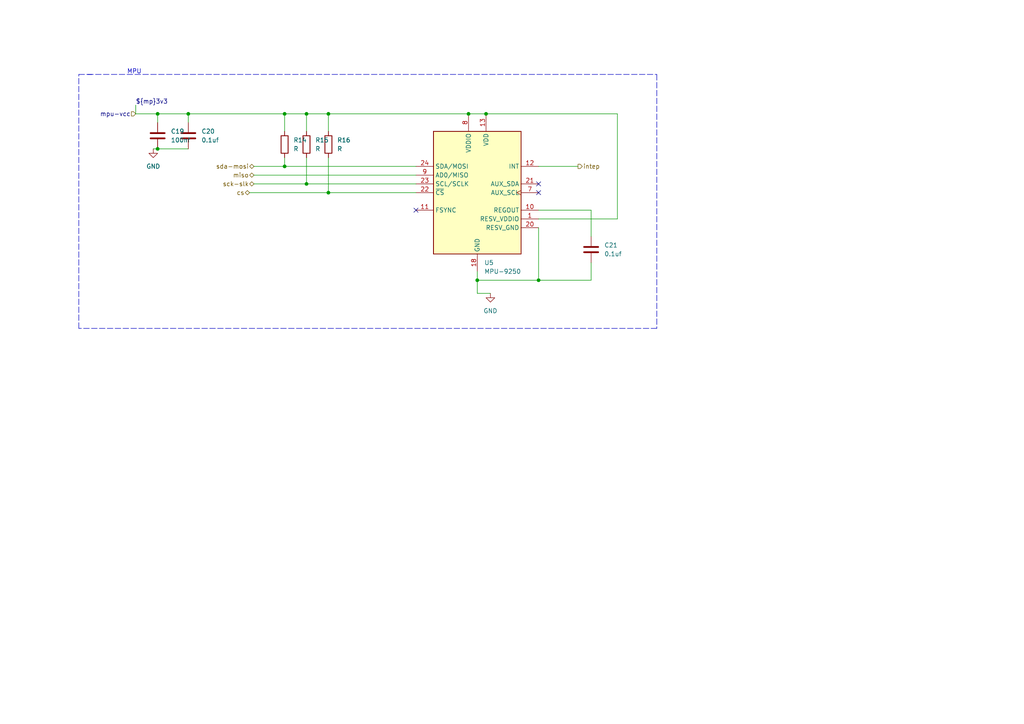
<source format=kicad_sch>
(kicad_sch (version 20211123) (generator eeschema)

  (uuid 48446cc3-dab7-4ab8-a3a8-8068cac42ee1)

  (paper "A4")

  (title_block
    (title "MPU-9250")
    (date "2022-09-01")
  )

  (lib_symbols
    (symbol "Device:C" (pin_numbers hide) (pin_names (offset 0.254)) (in_bom yes) (on_board yes)
      (property "Reference" "C" (id 0) (at 0.635 2.54 0)
        (effects (font (size 1.27 1.27)) (justify left))
      )
      (property "Value" "C" (id 1) (at 0.635 -2.54 0)
        (effects (font (size 1.27 1.27)) (justify left))
      )
      (property "Footprint" "" (id 2) (at 0.9652 -3.81 0)
        (effects (font (size 1.27 1.27)) hide)
      )
      (property "Datasheet" "~" (id 3) (at 0 0 0)
        (effects (font (size 1.27 1.27)) hide)
      )
      (property "ki_keywords" "cap capacitor" (id 4) (at 0 0 0)
        (effects (font (size 1.27 1.27)) hide)
      )
      (property "ki_description" "Unpolarized capacitor" (id 5) (at 0 0 0)
        (effects (font (size 1.27 1.27)) hide)
      )
      (property "ki_fp_filters" "C_*" (id 6) (at 0 0 0)
        (effects (font (size 1.27 1.27)) hide)
      )
      (symbol "C_0_1"
        (polyline
          (pts
            (xy -2.032 -0.762)
            (xy 2.032 -0.762)
          )
          (stroke (width 0.508) (type default) (color 0 0 0 0))
          (fill (type none))
        )
        (polyline
          (pts
            (xy -2.032 0.762)
            (xy 2.032 0.762)
          )
          (stroke (width 0.508) (type default) (color 0 0 0 0))
          (fill (type none))
        )
      )
      (symbol "C_1_1"
        (pin passive line (at 0 3.81 270) (length 2.794)
          (name "~" (effects (font (size 1.27 1.27))))
          (number "1" (effects (font (size 1.27 1.27))))
        )
        (pin passive line (at 0 -3.81 90) (length 2.794)
          (name "~" (effects (font (size 1.27 1.27))))
          (number "2" (effects (font (size 1.27 1.27))))
        )
      )
    )
    (symbol "Device:R" (pin_numbers hide) (pin_names (offset 0)) (in_bom yes) (on_board yes)
      (property "Reference" "R" (id 0) (at 2.032 0 90)
        (effects (font (size 1.27 1.27)))
      )
      (property "Value" "R" (id 1) (at 0 0 90)
        (effects (font (size 1.27 1.27)))
      )
      (property "Footprint" "" (id 2) (at -1.778 0 90)
        (effects (font (size 1.27 1.27)) hide)
      )
      (property "Datasheet" "~" (id 3) (at 0 0 0)
        (effects (font (size 1.27 1.27)) hide)
      )
      (property "ki_keywords" "R res resistor" (id 4) (at 0 0 0)
        (effects (font (size 1.27 1.27)) hide)
      )
      (property "ki_description" "Resistor" (id 5) (at 0 0 0)
        (effects (font (size 1.27 1.27)) hide)
      )
      (property "ki_fp_filters" "R_*" (id 6) (at 0 0 0)
        (effects (font (size 1.27 1.27)) hide)
      )
      (symbol "R_0_1"
        (rectangle (start -1.016 -2.54) (end 1.016 2.54)
          (stroke (width 0.254) (type default) (color 0 0 0 0))
          (fill (type none))
        )
      )
      (symbol "R_1_1"
        (pin passive line (at 0 3.81 270) (length 1.27)
          (name "~" (effects (font (size 1.27 1.27))))
          (number "1" (effects (font (size 1.27 1.27))))
        )
        (pin passive line (at 0 -3.81 90) (length 1.27)
          (name "~" (effects (font (size 1.27 1.27))))
          (number "2" (effects (font (size 1.27 1.27))))
        )
      )
    )
    (symbol "Sensor_Motion:MPU-9250" (in_bom yes) (on_board yes)
      (property "Reference" "U" (id 0) (at -11.43 19.05 0)
        (effects (font (size 1.27 1.27)))
      )
      (property "Value" "MPU-9250" (id 1) (at 7.62 -19.05 0)
        (effects (font (size 1.27 1.27)))
      )
      (property "Footprint" "Sensor_Motion:InvenSense_QFN-24_3x3mm_P0.4mm" (id 2) (at 0 -25.4 0)
        (effects (font (size 1.27 1.27)) hide)
      )
      (property "Datasheet" "https://store.invensense.com/datasheets/invensense/MPU9250REV1.0.pdf" (id 3) (at 0 -3.81 0)
        (effects (font (size 1.27 1.27)) hide)
      )
      (property "ki_keywords" "mems magnetometer" (id 4) (at 0 0 0)
        (effects (font (size 1.27 1.27)) hide)
      )
      (property "ki_description" "InvenSense 9-Axis Motion Sensor, Accelerometer, Gyroscope, Compass, I2C/SPI" (id 5) (at 0 0 0)
        (effects (font (size 1.27 1.27)) hide)
      )
      (property "ki_fp_filters" "*QFN*3x3mm*P0.4mm*" (id 6) (at 0 0 0)
        (effects (font (size 1.27 1.27)) hide)
      )
      (symbol "MPU-9250_0_1"
        (rectangle (start -12.7 17.78) (end 12.7 -17.78)
          (stroke (width 0.254) (type default) (color 0 0 0 0))
          (fill (type background))
        )
      )
      (symbol "MPU-9250_1_1"
        (pin input line (at 17.78 -7.62 180) (length 5.08)
          (name "RESV_VDDIO" (effects (font (size 1.27 1.27))))
          (number "1" (effects (font (size 1.27 1.27))))
        )
        (pin passive line (at 17.78 -5.08 180) (length 5.08)
          (name "REGOUT" (effects (font (size 1.27 1.27))))
          (number "10" (effects (font (size 1.27 1.27))))
        )
        (pin input line (at -17.78 -5.08 0) (length 5.08)
          (name "FSYNC" (effects (font (size 1.27 1.27))))
          (number "11" (effects (font (size 1.27 1.27))))
        )
        (pin output line (at 17.78 7.62 180) (length 5.08)
          (name "INT" (effects (font (size 1.27 1.27))))
          (number "12" (effects (font (size 1.27 1.27))))
        )
        (pin power_in line (at 2.54 22.86 270) (length 5.08)
          (name "VDD" (effects (font (size 1.27 1.27))))
          (number "13" (effects (font (size 1.27 1.27))))
        )
        (pin power_in line (at 0 -22.86 90) (length 5.08)
          (name "GND" (effects (font (size 1.27 1.27))))
          (number "18" (effects (font (size 1.27 1.27))))
        )
        (pin power_in line (at 17.78 -10.16 180) (length 5.08)
          (name "RESV_GND" (effects (font (size 1.27 1.27))))
          (number "20" (effects (font (size 1.27 1.27))))
        )
        (pin bidirectional line (at 17.78 2.54 180) (length 5.08)
          (name "AUX_SDA" (effects (font (size 1.27 1.27))))
          (number "21" (effects (font (size 1.27 1.27))))
        )
        (pin input line (at -17.78 0 0) (length 5.08)
          (name "~{CS}" (effects (font (size 1.27 1.27))))
          (number "22" (effects (font (size 1.27 1.27))))
        )
        (pin input line (at -17.78 2.54 0) (length 5.08)
          (name "SCL/SCLK" (effects (font (size 1.27 1.27))))
          (number "23" (effects (font (size 1.27 1.27))))
        )
        (pin bidirectional line (at -17.78 7.62 0) (length 5.08)
          (name "SDA/MOSI" (effects (font (size 1.27 1.27))))
          (number "24" (effects (font (size 1.27 1.27))))
        )
        (pin output clock (at 17.78 0 180) (length 5.08)
          (name "AUX_SCL" (effects (font (size 1.27 1.27))))
          (number "7" (effects (font (size 1.27 1.27))))
        )
        (pin power_in line (at -2.54 22.86 270) (length 5.08)
          (name "VDDIO" (effects (font (size 1.27 1.27))))
          (number "8" (effects (font (size 1.27 1.27))))
        )
        (pin bidirectional line (at -17.78 5.08 0) (length 5.08)
          (name "AD0/MISO" (effects (font (size 1.27 1.27))))
          (number "9" (effects (font (size 1.27 1.27))))
        )
      )
    )
    (symbol "power:GND" (power) (pin_names (offset 0)) (in_bom yes) (on_board yes)
      (property "Reference" "#PWR" (id 0) (at 0 -6.35 0)
        (effects (font (size 1.27 1.27)) hide)
      )
      (property "Value" "GND" (id 1) (at 0 -3.81 0)
        (effects (font (size 1.27 1.27)))
      )
      (property "Footprint" "" (id 2) (at 0 0 0)
        (effects (font (size 1.27 1.27)) hide)
      )
      (property "Datasheet" "" (id 3) (at 0 0 0)
        (effects (font (size 1.27 1.27)) hide)
      )
      (property "ki_keywords" "power-flag" (id 4) (at 0 0 0)
        (effects (font (size 1.27 1.27)) hide)
      )
      (property "ki_description" "Power symbol creates a global label with name \"GND\" , ground" (id 5) (at 0 0 0)
        (effects (font (size 1.27 1.27)) hide)
      )
      (symbol "GND_0_1"
        (polyline
          (pts
            (xy 0 0)
            (xy 0 -1.27)
            (xy 1.27 -1.27)
            (xy 0 -2.54)
            (xy -1.27 -1.27)
            (xy 0 -1.27)
          )
          (stroke (width 0) (type default) (color 0 0 0 0))
          (fill (type none))
        )
      )
      (symbol "GND_1_1"
        (pin power_in line (at 0 0 270) (length 0) hide
          (name "GND" (effects (font (size 1.27 1.27))))
          (number "1" (effects (font (size 1.27 1.27))))
        )
      )
    )
  )

  (junction (at 88.9 33.02) (diameter 0) (color 0 0 0 0)
    (uuid 0d90ca8e-a25f-4cec-bedf-bbe5f86f92aa)
  )
  (junction (at 95.25 33.02) (diameter 0) (color 0 0 0 0)
    (uuid 1e325dba-0617-4f75-aa65-c2e4034fa6a0)
  )
  (junction (at 45.72 33.02) (diameter 0) (color 0 0 0 0)
    (uuid 5d20bcbc-2a6c-4b94-867a-a7b04a8a0b88)
  )
  (junction (at 138.43 81.28) (diameter 0) (color 0 0 0 0)
    (uuid 5e367492-47e4-4f1f-9535-8e3f2592abdf)
  )
  (junction (at 88.9 53.34) (diameter 0) (color 0 0 0 0)
    (uuid 70bc25a8-5224-435e-a355-f28cd774169d)
  )
  (junction (at 156.21 81.28) (diameter 0) (color 0 0 0 0)
    (uuid 92032d7c-cf42-44af-a2c9-4a55ce28e60b)
  )
  (junction (at 82.55 48.26) (diameter 0) (color 0 0 0 0)
    (uuid 93b7f670-c668-44df-a161-dba0fbd13a7f)
  )
  (junction (at 135.89 33.02) (diameter 0) (color 0 0 0 0)
    (uuid a3e6d75e-0711-4bd0-bdb5-c1e9f4612d9b)
  )
  (junction (at 45.72 43.18) (diameter 0) (color 0 0 0 0)
    (uuid b0accb95-cd2a-41c0-b806-a46e84a670be)
  )
  (junction (at 140.97 33.02) (diameter 0) (color 0 0 0 0)
    (uuid b1750493-a3de-4335-b1d9-604b458f475a)
  )
  (junction (at 82.55 33.02) (diameter 0) (color 0 0 0 0)
    (uuid c09999f4-ac97-461a-a969-8224ce003491)
  )
  (junction (at 95.25 55.88) (diameter 0) (color 0 0 0 0)
    (uuid de43d349-5ad4-4cb5-86d6-1a4335500431)
  )
  (junction (at 54.61 33.02) (diameter 0) (color 0 0 0 0)
    (uuid f10428d1-2717-4f98-99da-3648129285e8)
  )

  (no_connect (at 156.21 55.88) (uuid 71c28982-df93-41a3-bc56-a51139835ad4))
  (no_connect (at 156.21 53.34) (uuid 71c28982-df93-41a3-bc56-a51139835ad5))
  (no_connect (at 120.65 60.96) (uuid 7caaff5e-b434-4b0c-bb1b-a73de6ad64a9))

  (polyline (pts (xy 22.86 95.25) (xy 22.86 21.59))
    (stroke (width 0) (type default) (color 0 0 0 0))
    (uuid 0bf26d16-d8a4-44f9-bf99-2c99c7b68958)
  )

  (wire (pts (xy 95.25 38.1) (xy 95.25 33.02))
    (stroke (width 0) (type default) (color 0 0 0 0))
    (uuid 1853f039-731b-469c-88bd-99f3c8b192d1)
  )
  (wire (pts (xy 179.07 63.5) (xy 179.07 33.02))
    (stroke (width 0) (type default) (color 0 0 0 0))
    (uuid 1e731e98-58a0-43b9-a8ee-7798c7dc500f)
  )
  (polyline (pts (xy 190.5 95.25) (xy 22.86 95.25))
    (stroke (width 0) (type default) (color 0 0 0 0))
    (uuid 215c49e7-3337-46c0-a102-32c563118038)
  )

  (wire (pts (xy 54.61 33.02) (xy 82.55 33.02))
    (stroke (width 0) (type default) (color 0 0 0 0))
    (uuid 24e4471d-a1c9-4a26-bbe5-cc64f1a4eab0)
  )
  (wire (pts (xy 95.25 33.02) (xy 135.89 33.02))
    (stroke (width 0) (type default) (color 0 0 0 0))
    (uuid 26451d2a-00e5-46e6-bccb-49ebf90ebb33)
  )
  (wire (pts (xy 138.43 78.74) (xy 138.43 81.28))
    (stroke (width 0) (type default) (color 0 0 0 0))
    (uuid 26990941-d93f-472b-b220-e9d6e616beb5)
  )
  (wire (pts (xy 88.9 33.02) (xy 95.25 33.02))
    (stroke (width 0) (type default) (color 0 0 0 0))
    (uuid 2a7fa027-2013-4051-979a-bddb8668570c)
  )
  (wire (pts (xy 135.89 33.02) (xy 140.97 33.02))
    (stroke (width 0) (type default) (color 0 0 0 0))
    (uuid 2da6c39f-93c7-4eb7-911d-90955c3d69e7)
  )
  (wire (pts (xy 82.55 33.02) (xy 82.55 38.1))
    (stroke (width 0) (type default) (color 0 0 0 0))
    (uuid 329a95ae-84b2-45cd-bd7a-556fac8dc79a)
  )
  (wire (pts (xy 138.43 85.09) (xy 142.24 85.09))
    (stroke (width 0) (type default) (color 0 0 0 0))
    (uuid 4b05f236-97f8-4624-9ddb-d815e1db554d)
  )
  (wire (pts (xy 88.9 53.34) (xy 120.65 53.34))
    (stroke (width 0) (type default) (color 0 0 0 0))
    (uuid 53687745-9781-44b1-990c-774dfa23b4ca)
  )
  (wire (pts (xy 39.37 33.02) (xy 45.72 33.02))
    (stroke (width 0) (type default) (color 0 0 0 0))
    (uuid 56fd37a0-b7bb-4845-b7f3-fafeab980c23)
  )
  (wire (pts (xy 156.21 63.5) (xy 179.07 63.5))
    (stroke (width 0) (type default) (color 0 0 0 0))
    (uuid 57784aac-43c8-4325-86c4-4ab17afdfc7c)
  )
  (wire (pts (xy 39.37 30.48) (xy 39.37 33.02))
    (stroke (width 0) (type default) (color 0 0 0 0))
    (uuid 5b0e3351-3603-4d0f-8ed5-9ac7115d5f62)
  )
  (wire (pts (xy 95.25 45.72) (xy 95.25 55.88))
    (stroke (width 0) (type default) (color 0 0 0 0))
    (uuid 5d22617a-68ec-4fe8-92a8-19e169bfde01)
  )
  (wire (pts (xy 45.72 33.02) (xy 54.61 33.02))
    (stroke (width 0) (type default) (color 0 0 0 0))
    (uuid 6cc528ad-95cc-43b6-91c4-f2c94792b982)
  )
  (polyline (pts (xy 25.4 21.59) (xy 190.5 21.59))
    (stroke (width 0) (type default) (color 0 0 0 0))
    (uuid 6dd751e2-c2fa-4a8c-b81c-928c69d76e7d)
  )

  (wire (pts (xy 156.21 60.96) (xy 171.45 60.96))
    (stroke (width 0) (type default) (color 0 0 0 0))
    (uuid 71c7b533-1217-440a-9bcd-ddfa7159d8b5)
  )
  (wire (pts (xy 138.43 81.28) (xy 156.21 81.28))
    (stroke (width 0) (type default) (color 0 0 0 0))
    (uuid 7efaa3d7-9117-48c4-9571-5a709ba4383a)
  )
  (wire (pts (xy 82.55 45.72) (xy 82.55 48.26))
    (stroke (width 0) (type default) (color 0 0 0 0))
    (uuid 81a07597-9da6-4368-90cc-9c70e4b870a8)
  )
  (wire (pts (xy 156.21 81.28) (xy 171.45 81.28))
    (stroke (width 0) (type default) (color 0 0 0 0))
    (uuid 81ab6c42-b5d9-4dd2-9586-66b2ab8b4ea4)
  )
  (wire (pts (xy 156.21 66.04) (xy 156.21 81.28))
    (stroke (width 0) (type default) (color 0 0 0 0))
    (uuid 8803ea89-d3c2-41cc-ac45-a1374a568887)
  )
  (wire (pts (xy 88.9 38.1) (xy 88.9 33.02))
    (stroke (width 0) (type default) (color 0 0 0 0))
    (uuid 8de95f25-1465-456d-8693-d7bfed8c3e18)
  )
  (polyline (pts (xy 22.86 21.59) (xy 26.67 21.59))
    (stroke (width 0) (type default) (color 0 0 0 0))
    (uuid 98b30e80-8927-44d2-a6c0-1024a796c201)
  )

  (wire (pts (xy 82.55 33.02) (xy 88.9 33.02))
    (stroke (width 0) (type default) (color 0 0 0 0))
    (uuid 9fbad45a-0713-44a5-9699-53fa557d0385)
  )
  (wire (pts (xy 82.55 48.26) (xy 120.65 48.26))
    (stroke (width 0) (type default) (color 0 0 0 0))
    (uuid a19a0c1e-1a65-4f23-9098-94c0ab03d659)
  )
  (wire (pts (xy 73.66 48.26) (xy 82.55 48.26))
    (stroke (width 0) (type default) (color 0 0 0 0))
    (uuid a3a7aa8e-d6b7-4071-8d57-0eb6f06e5f1c)
  )
  (wire (pts (xy 45.72 43.18) (xy 54.61 43.18))
    (stroke (width 0) (type default) (color 0 0 0 0))
    (uuid a7da3e29-418f-41f7-86ee-6ba118e06332)
  )
  (wire (pts (xy 138.43 81.28) (xy 138.43 85.09))
    (stroke (width 0) (type default) (color 0 0 0 0))
    (uuid ae3ae8ee-8a66-41b1-9c0e-0973844ad730)
  )
  (wire (pts (xy 54.61 33.02) (xy 54.61 35.56))
    (stroke (width 0) (type default) (color 0 0 0 0))
    (uuid cb763127-b8f2-4b6b-9527-962d3e1e7fd8)
  )
  (wire (pts (xy 171.45 76.2) (xy 171.45 81.28))
    (stroke (width 0) (type default) (color 0 0 0 0))
    (uuid cb87c354-0921-44e8-849b-758b7e93fc7e)
  )
  (wire (pts (xy 171.45 60.96) (xy 171.45 68.58))
    (stroke (width 0) (type default) (color 0 0 0 0))
    (uuid cc99222f-6e57-4948-86c1-25c6cad187f7)
  )
  (wire (pts (xy 45.72 33.02) (xy 45.72 35.56))
    (stroke (width 0) (type default) (color 0 0 0 0))
    (uuid ccb9a715-8506-44f7-977a-3ecfe56ceb56)
  )
  (wire (pts (xy 73.66 53.34) (xy 88.9 53.34))
    (stroke (width 0) (type default) (color 0 0 0 0))
    (uuid cd61b9b6-2ba0-4fd5-9a1a-7c5e67650141)
  )
  (wire (pts (xy 44.45 43.18) (xy 45.72 43.18))
    (stroke (width 0) (type default) (color 0 0 0 0))
    (uuid ce37a34a-d5bb-4088-98e7-d7cb07d9f02a)
  )
  (wire (pts (xy 95.25 55.88) (xy 120.65 55.88))
    (stroke (width 0) (type default) (color 0 0 0 0))
    (uuid e728ed0e-3daa-473a-8dcf-abe832ca4cf7)
  )
  (wire (pts (xy 73.66 50.8) (xy 120.65 50.8))
    (stroke (width 0) (type default) (color 0 0 0 0))
    (uuid eb7dcdd7-3ab1-4ddf-99e0-9b9ce8b6fb8b)
  )
  (wire (pts (xy 72.39 55.88) (xy 95.25 55.88))
    (stroke (width 0) (type default) (color 0 0 0 0))
    (uuid edabc2f5-7399-4bd7-ae45-2a9bd9e6eaa9)
  )
  (wire (pts (xy 88.9 45.72) (xy 88.9 53.34))
    (stroke (width 0) (type default) (color 0 0 0 0))
    (uuid ede0005f-e2b6-49bc-9cdb-0df88caf4ac8)
  )
  (wire (pts (xy 156.21 48.26) (xy 167.64 48.26))
    (stroke (width 0) (type default) (color 0 0 0 0))
    (uuid f249024b-24de-4038-bccb-9f94315c7d49)
  )
  (polyline (pts (xy 190.5 21.59) (xy 190.5 95.25))
    (stroke (width 0) (type default) (color 0 0 0 0))
    (uuid f5917c49-9ac1-40fe-965a-439e8a0a54d4)
  )

  (wire (pts (xy 179.07 33.02) (xy 140.97 33.02))
    (stroke (width 0) (type default) (color 0 0 0 0))
    (uuid fb4ab196-3633-43bc-a2c0-65f33ce9fa0e)
  )

  (text "MPU" (at 36.83 21.59 0)
    (effects (font (size 1.27 1.27)) (justify left bottom))
    (uuid e9e5c09c-f937-482b-a4f5-4fa6ba03cac2)
  )

  (label "${mp}3v3" (at 39.37 30.48 0)
    (effects (font (size 1.27 1.27)) (justify left bottom))
    (uuid 84bb5fd4-a7de-4cec-b6cd-1a1528e9c343)
  )

  (hierarchical_label "sda-mosi" (shape bidirectional) (at 73.66 48.26 180)
    (effects (font (size 1.27 1.27)) (justify right))
    (uuid 054ef6cf-5df5-4147-b022-f1ec22ee6c7f)
  )
  (hierarchical_label "intep" (shape output) (at 167.64 48.26 0)
    (effects (font (size 1.27 1.27)) (justify left))
    (uuid 2c6a19ee-d21c-43e2-acd2-dbbc7cb84022)
  )
  (hierarchical_label "sck-slk" (shape bidirectional) (at 73.66 53.34 180)
    (effects (font (size 1.27 1.27)) (justify right))
    (uuid 456f4fa2-5d0c-4f64-b28e-1e4af78ede55)
  )
  (hierarchical_label "cs" (shape bidirectional) (at 72.39 55.88 180)
    (effects (font (size 1.27 1.27)) (justify right))
    (uuid 5c436631-76c6-43f3-96e7-1962d781f0a2)
  )
  (hierarchical_label "miso" (shape bidirectional) (at 73.66 50.8 180)
    (effects (font (size 1.27 1.27)) (justify right))
    (uuid 98a0e3fa-ba87-47e5-9ef9-58a3ec0b429e)
  )
  (hierarchical_label "mpu-vcc" (shape input) (at 39.37 33.02 180)
    (effects (font (size 1.27 1.27)) (justify right))
    (uuid d13ae7e6-42a9-42cc-89bb-834fe08e5dc7)
  )

  (symbol (lib_id "Device:R") (at 82.55 41.91 0) (unit 1)
    (in_bom yes) (on_board yes) (fields_autoplaced)
    (uuid 1de14544-c147-44e5-bc38-721730d0d755)
    (property "Reference" "R14" (id 0) (at 85.09 40.6399 0)
      (effects (font (size 1.27 1.27)) (justify left))
    )
    (property "Value" "R" (id 1) (at 85.09 43.1799 0)
      (effects (font (size 1.27 1.27)) (justify left))
    )
    (property "Footprint" "Resistor_SMD:R_0603_1608Metric" (id 2) (at 80.772 41.91 90)
      (effects (font (size 1.27 1.27)) hide)
    )
    (property "Datasheet" "~" (id 3) (at 82.55 41.91 0)
      (effects (font (size 1.27 1.27)) hide)
    )
    (pin "1" (uuid 71a213cd-8c27-4978-877b-b64f7f5ec9f1))
    (pin "2" (uuid 36034418-1573-406c-8c87-c0741b173f49))
  )

  (symbol (lib_id "power:GND") (at 44.45 43.18 0) (unit 1)
    (in_bom yes) (on_board yes) (fields_autoplaced)
    (uuid 3b820ceb-ef89-4ea9-9256-f3359550c826)
    (property "Reference" "#PWR0124" (id 0) (at 44.45 49.53 0)
      (effects (font (size 1.27 1.27)) hide)
    )
    (property "Value" "GND" (id 1) (at 44.45 48.26 0))
    (property "Footprint" "" (id 2) (at 44.45 43.18 0)
      (effects (font (size 1.27 1.27)) hide)
    )
    (property "Datasheet" "" (id 3) (at 44.45 43.18 0)
      (effects (font (size 1.27 1.27)) hide)
    )
    (pin "1" (uuid f492125f-fdae-4bae-a500-d36ca21dbc46))
  )

  (symbol (lib_id "Device:C") (at 45.72 39.37 0) (unit 1)
    (in_bom yes) (on_board yes) (fields_autoplaced)
    (uuid 5946671e-9979-4bc1-9c11-e07572ba59db)
    (property "Reference" "C19" (id 0) (at 49.53 38.0999 0)
      (effects (font (size 1.27 1.27)) (justify left))
    )
    (property "Value" "100nf" (id 1) (at 49.53 40.6399 0)
      (effects (font (size 1.27 1.27)) (justify left))
    )
    (property "Footprint" "Capacitor_SMD:C_0603_1608Metric" (id 2) (at 46.6852 43.18 0)
      (effects (font (size 1.27 1.27)) hide)
    )
    (property "Datasheet" "~" (id 3) (at 45.72 39.37 0)
      (effects (font (size 1.27 1.27)) hide)
    )
    (pin "1" (uuid 7ba5786b-d92e-46d2-bb77-1a07358e9e6d))
    (pin "2" (uuid d466911b-664a-4de4-abe4-04110415618f))
  )

  (symbol (lib_id "Device:R") (at 88.9 41.91 0) (unit 1)
    (in_bom yes) (on_board yes) (fields_autoplaced)
    (uuid 6e0563f9-e173-4406-a295-7e19c0240d75)
    (property "Reference" "R15" (id 0) (at 91.44 40.6399 0)
      (effects (font (size 1.27 1.27)) (justify left))
    )
    (property "Value" "R" (id 1) (at 91.44 43.1799 0)
      (effects (font (size 1.27 1.27)) (justify left))
    )
    (property "Footprint" "Resistor_SMD:R_0603_1608Metric" (id 2) (at 87.122 41.91 90)
      (effects (font (size 1.27 1.27)) hide)
    )
    (property "Datasheet" "~" (id 3) (at 88.9 41.91 0)
      (effects (font (size 1.27 1.27)) hide)
    )
    (pin "1" (uuid fe39069a-1afa-4c82-9960-a81e9719d5a6))
    (pin "2" (uuid b43c50d3-02c6-46c7-a530-4087fa90f736))
  )

  (symbol (lib_id "Device:C") (at 54.61 39.37 0) (unit 1)
    (in_bom yes) (on_board yes) (fields_autoplaced)
    (uuid 7cc6ddc2-9b5a-487a-862b-74cdeb12d9ba)
    (property "Reference" "C20" (id 0) (at 58.42 38.0999 0)
      (effects (font (size 1.27 1.27)) (justify left))
    )
    (property "Value" "0.1uf" (id 1) (at 58.42 40.6399 0)
      (effects (font (size 1.27 1.27)) (justify left))
    )
    (property "Footprint" "Capacitor_SMD:C_0603_1608Metric" (id 2) (at 55.5752 43.18 0)
      (effects (font (size 1.27 1.27)) hide)
    )
    (property "Datasheet" "~" (id 3) (at 54.61 39.37 0)
      (effects (font (size 1.27 1.27)) hide)
    )
    (pin "1" (uuid 4bc27006-36ba-40dd-9c05-b142666bcb48))
    (pin "2" (uuid 7d3b019d-59d2-4327-8483-29103795d522))
  )

  (symbol (lib_id "Sensor_Motion:MPU-9250") (at 138.43 55.88 0) (unit 1)
    (in_bom yes) (on_board yes) (fields_autoplaced)
    (uuid 7f7adf1c-d1df-477c-89da-9b227ae8e652)
    (property "Reference" "U5" (id 0) (at 140.4494 76.2 0)
      (effects (font (size 1.27 1.27)) (justify left))
    )
    (property "Value" "MPU-9250" (id 1) (at 140.4494 78.74 0)
      (effects (font (size 1.27 1.27)) (justify left))
    )
    (property "Footprint" "Sensor_Motion:InvenSense_QFN-24_3x3mm_P0.4mm" (id 2) (at 138.43 81.28 0)
      (effects (font (size 1.27 1.27)) hide)
    )
    (property "Datasheet" "https://store.invensense.com/datasheets/invensense/MPU9250REV1.0.pdf" (id 3) (at 138.43 59.69 0)
      (effects (font (size 1.27 1.27)) hide)
    )
    (pin "1" (uuid f3f7a969-64b4-48f4-aca2-17c3e23ffdc0))
    (pin "10" (uuid 8ca034f7-b7d6-4bb9-aa30-2af6c6c26c8f))
    (pin "11" (uuid 57a61544-3c63-4698-afcc-70488c78a825))
    (pin "12" (uuid f26f617d-b1df-4093-a558-bb6672345120))
    (pin "13" (uuid 28263707-4165-457c-9d87-c11947796849))
    (pin "18" (uuid 883f70ea-c588-4c45-869f-6adef6193eb3))
    (pin "20" (uuid 075b7b03-c38e-4904-9866-a0a74d7ecac5))
    (pin "21" (uuid e29ec9c5-82a7-4960-aa52-79a2d738ffaa))
    (pin "22" (uuid 69b9b627-7871-4b74-b095-b38651d75b79))
    (pin "23" (uuid b2548d74-bbc4-4d93-b7e6-9b76dcf61aa0))
    (pin "24" (uuid 782b2553-47cc-4f66-8c76-6e7c12b0916e))
    (pin "7" (uuid b664909b-c294-4cf6-a439-6869239e431f))
    (pin "8" (uuid a096e27f-1de6-4df5-aac7-33d368cca03f))
    (pin "9" (uuid caab48af-a9ef-4d57-adc3-dbfe21f70c1f))
  )

  (symbol (lib_id "Device:C") (at 171.45 72.39 0) (unit 1)
    (in_bom yes) (on_board yes) (fields_autoplaced)
    (uuid 826d95ff-9ec4-48bc-96e3-c113b05d5fa9)
    (property "Reference" "C21" (id 0) (at 175.26 71.1199 0)
      (effects (font (size 1.27 1.27)) (justify left))
    )
    (property "Value" "0.1uf" (id 1) (at 175.26 73.6599 0)
      (effects (font (size 1.27 1.27)) (justify left))
    )
    (property "Footprint" "Capacitor_SMD:C_0603_1608Metric" (id 2) (at 172.4152 76.2 0)
      (effects (font (size 1.27 1.27)) hide)
    )
    (property "Datasheet" "~" (id 3) (at 171.45 72.39 0)
      (effects (font (size 1.27 1.27)) hide)
    )
    (pin "1" (uuid ecf1f3b5-835a-4204-879e-bd8fbcc73c95))
    (pin "2" (uuid 98d119cc-038e-4adf-87e0-54193337a399))
  )

  (symbol (lib_id "Device:R") (at 95.25 41.91 0) (unit 1)
    (in_bom yes) (on_board yes) (fields_autoplaced)
    (uuid 9ebcc5f3-5688-4e6a-a9f5-e4e6f5c510d2)
    (property "Reference" "R16" (id 0) (at 97.79 40.6399 0)
      (effects (font (size 1.27 1.27)) (justify left))
    )
    (property "Value" "R" (id 1) (at 97.79 43.1799 0)
      (effects (font (size 1.27 1.27)) (justify left))
    )
    (property "Footprint" "Resistor_SMD:R_0603_1608Metric" (id 2) (at 93.472 41.91 90)
      (effects (font (size 1.27 1.27)) hide)
    )
    (property "Datasheet" "~" (id 3) (at 95.25 41.91 0)
      (effects (font (size 1.27 1.27)) hide)
    )
    (pin "1" (uuid c3cd4537-9091-4c35-aad0-7ad9add9b413))
    (pin "2" (uuid 829215e9-d5ef-462e-8cb6-fb456e3ae5ca))
  )

  (symbol (lib_id "power:GND") (at 142.24 85.09 0) (unit 1)
    (in_bom yes) (on_board yes) (fields_autoplaced)
    (uuid fcdfd9dd-e7b0-4d4b-ac18-de9dadf2be8b)
    (property "Reference" "#PWR0125" (id 0) (at 142.24 91.44 0)
      (effects (font (size 1.27 1.27)) hide)
    )
    (property "Value" "GND" (id 1) (at 142.24 90.17 0))
    (property "Footprint" "" (id 2) (at 142.24 85.09 0)
      (effects (font (size 1.27 1.27)) hide)
    )
    (property "Datasheet" "" (id 3) (at 142.24 85.09 0)
      (effects (font (size 1.27 1.27)) hide)
    )
    (pin "1" (uuid 296261d7-2aac-4a89-b7a3-b1e608d0a1ab))
  )
)

</source>
